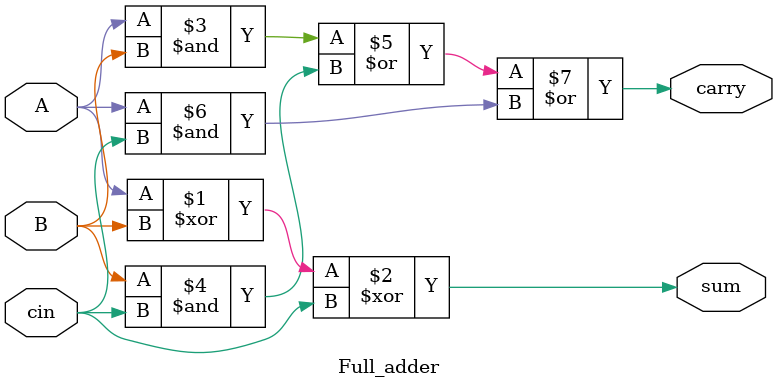
<source format=v>
`timescale 1ns / 1ps



module Full_adder(

    input A,
    input B,
    input cin,
    output sum,
    output carry
    );
    
    assign sum=A^B^cin;
    assign carry=(A&B)|(B&cin)|(A&cin);
    
    
endmodule

</source>
